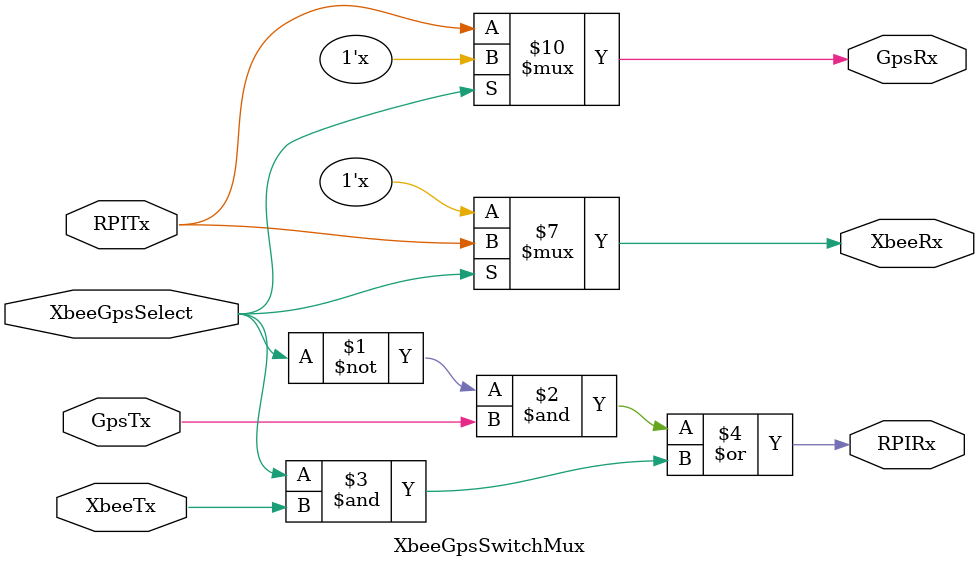
<source format=v>
module XbeeGpsSwitchMux(
	XbeeGpsSelect,
	RPITx, GpsTx, XbeeTx,
	RPIRx, GpsRx, XbeeRx
);

// Inputs
// XbeeOrGpsSwitch - Signal from Raspberry PI indicating whether it wants to communicate with the Xbee or the GPS hardware  using  UART.
// RPITx - Tx from Raspberry PI for UART.
// GpsTx - Tx from  GPS module for UART.
// XbeeTx - Tx from Xbee module for UART.
	input [0:0] XbeeGpsSelect,RPITx, GpsTx, XbeeTx;
	output [0:0] RPIRx, GpsRx, XbeeRx;
   reg[0:0]  XbeeRx, GpsRx;
	
// Implement a 2-1 MUX
	assign RPIRx = (~XbeeGpsSelect & GpsTx) | (XbeeGpsSelect & XbeeTx);
	always @(XbeeGpsSelect)
	begin
		if(XbeeGpsSelect)
		begin
			XbeeRx = RPITx;
		end
		else
		begin
			GpsRx = RPITx;
		end
	end
endmodule
</source>
